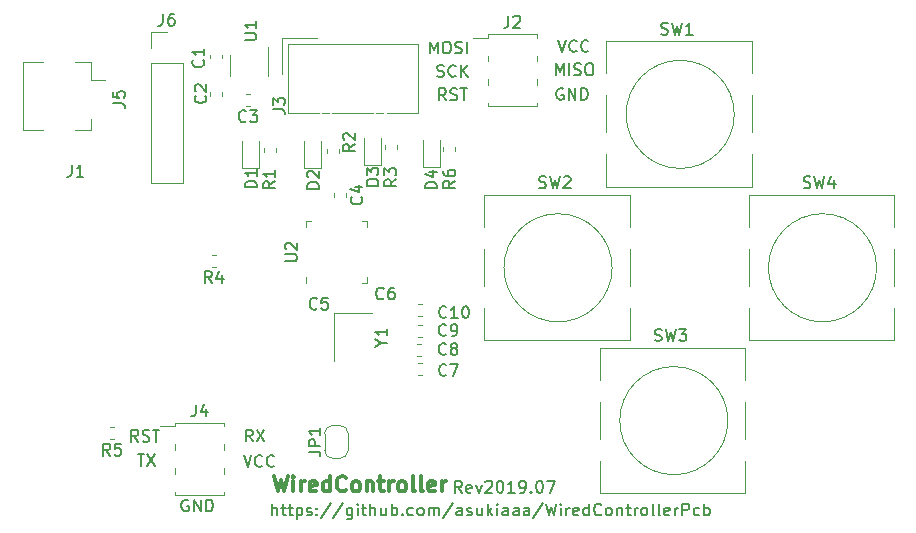
<source format=gto>
G04 #@! TF.GenerationSoftware,KiCad,Pcbnew,5.1.2-f72e74a~84~ubuntu18.04.1*
G04 #@! TF.CreationDate,2019-07-18T22:23:35+09:00*
G04 #@! TF.ProjectId,WiredControllerPcb,57697265-6443-46f6-9e74-726f6c6c6572,rev?*
G04 #@! TF.SameCoordinates,Original*
G04 #@! TF.FileFunction,Legend,Top*
G04 #@! TF.FilePolarity,Positive*
%FSLAX46Y46*%
G04 Gerber Fmt 4.6, Leading zero omitted, Abs format (unit mm)*
G04 Created by KiCad (PCBNEW 5.1.2-f72e74a~84~ubuntu18.04.1) date 2019-07-18 22:23:35*
%MOMM*%
%LPD*%
G04 APERTURE LIST*
%ADD10C,0.150000*%
%ADD11C,0.325000*%
%ADD12C,0.120000*%
G04 APERTURE END LIST*
D10*
X134859999Y-82292380D02*
X134859999Y-81292380D01*
X135288571Y-82292380D02*
X135288571Y-81768571D01*
X135240952Y-81673333D01*
X135145714Y-81625714D01*
X135002857Y-81625714D01*
X134907619Y-81673333D01*
X134859999Y-81720952D01*
X135621904Y-81625714D02*
X136002857Y-81625714D01*
X135764761Y-81292380D02*
X135764761Y-82149523D01*
X135812380Y-82244761D01*
X135907619Y-82292380D01*
X136002857Y-82292380D01*
X136193333Y-81625714D02*
X136574285Y-81625714D01*
X136336190Y-81292380D02*
X136336190Y-82149523D01*
X136383809Y-82244761D01*
X136479047Y-82292380D01*
X136574285Y-82292380D01*
X136907619Y-81625714D02*
X136907619Y-82625714D01*
X136907619Y-81673333D02*
X137002857Y-81625714D01*
X137193333Y-81625714D01*
X137288571Y-81673333D01*
X137336190Y-81720952D01*
X137383809Y-81816190D01*
X137383809Y-82101904D01*
X137336190Y-82197142D01*
X137288571Y-82244761D01*
X137193333Y-82292380D01*
X137002857Y-82292380D01*
X136907619Y-82244761D01*
X137764761Y-82244761D02*
X137859999Y-82292380D01*
X138050476Y-82292380D01*
X138145714Y-82244761D01*
X138193333Y-82149523D01*
X138193333Y-82101904D01*
X138145714Y-82006666D01*
X138050476Y-81959047D01*
X137907619Y-81959047D01*
X137812380Y-81911428D01*
X137764761Y-81816190D01*
X137764761Y-81768571D01*
X137812380Y-81673333D01*
X137907619Y-81625714D01*
X138050476Y-81625714D01*
X138145714Y-81673333D01*
X138621904Y-82197142D02*
X138669523Y-82244761D01*
X138621904Y-82292380D01*
X138574285Y-82244761D01*
X138621904Y-82197142D01*
X138621904Y-82292380D01*
X138621904Y-81673333D02*
X138669523Y-81720952D01*
X138621904Y-81768571D01*
X138574285Y-81720952D01*
X138621904Y-81673333D01*
X138621904Y-81768571D01*
X139812380Y-81244761D02*
X138955238Y-82530476D01*
X140859999Y-81244761D02*
X140002857Y-82530476D01*
X141621904Y-81625714D02*
X141621904Y-82435238D01*
X141574285Y-82530476D01*
X141526666Y-82578095D01*
X141431428Y-82625714D01*
X141288571Y-82625714D01*
X141193333Y-82578095D01*
X141621904Y-82244761D02*
X141526666Y-82292380D01*
X141336190Y-82292380D01*
X141240952Y-82244761D01*
X141193333Y-82197142D01*
X141145714Y-82101904D01*
X141145714Y-81816190D01*
X141193333Y-81720952D01*
X141240952Y-81673333D01*
X141336190Y-81625714D01*
X141526666Y-81625714D01*
X141621904Y-81673333D01*
X142098095Y-82292380D02*
X142098095Y-81625714D01*
X142098095Y-81292380D02*
X142050476Y-81340000D01*
X142098095Y-81387619D01*
X142145714Y-81340000D01*
X142098095Y-81292380D01*
X142098095Y-81387619D01*
X142431428Y-81625714D02*
X142812380Y-81625714D01*
X142574285Y-81292380D02*
X142574285Y-82149523D01*
X142621904Y-82244761D01*
X142717142Y-82292380D01*
X142812380Y-82292380D01*
X143145714Y-82292380D02*
X143145714Y-81292380D01*
X143574285Y-82292380D02*
X143574285Y-81768571D01*
X143526666Y-81673333D01*
X143431428Y-81625714D01*
X143288571Y-81625714D01*
X143193333Y-81673333D01*
X143145714Y-81720952D01*
X144479047Y-81625714D02*
X144479047Y-82292380D01*
X144050476Y-81625714D02*
X144050476Y-82149523D01*
X144098095Y-82244761D01*
X144193333Y-82292380D01*
X144336190Y-82292380D01*
X144431428Y-82244761D01*
X144479047Y-82197142D01*
X144955238Y-82292380D02*
X144955238Y-81292380D01*
X144955238Y-81673333D02*
X145050476Y-81625714D01*
X145240952Y-81625714D01*
X145336190Y-81673333D01*
X145383809Y-81720952D01*
X145431428Y-81816190D01*
X145431428Y-82101904D01*
X145383809Y-82197142D01*
X145336190Y-82244761D01*
X145240952Y-82292380D01*
X145050476Y-82292380D01*
X144955238Y-82244761D01*
X145860000Y-82197142D02*
X145907619Y-82244761D01*
X145860000Y-82292380D01*
X145812380Y-82244761D01*
X145860000Y-82197142D01*
X145860000Y-82292380D01*
X146764761Y-82244761D02*
X146669523Y-82292380D01*
X146479047Y-82292380D01*
X146383809Y-82244761D01*
X146336190Y-82197142D01*
X146288571Y-82101904D01*
X146288571Y-81816190D01*
X146336190Y-81720952D01*
X146383809Y-81673333D01*
X146479047Y-81625714D01*
X146669523Y-81625714D01*
X146764761Y-81673333D01*
X147336190Y-82292380D02*
X147240952Y-82244761D01*
X147193333Y-82197142D01*
X147145714Y-82101904D01*
X147145714Y-81816190D01*
X147193333Y-81720952D01*
X147240952Y-81673333D01*
X147336190Y-81625714D01*
X147479047Y-81625714D01*
X147574285Y-81673333D01*
X147621904Y-81720952D01*
X147669523Y-81816190D01*
X147669523Y-82101904D01*
X147621904Y-82197142D01*
X147574285Y-82244761D01*
X147479047Y-82292380D01*
X147336190Y-82292380D01*
X148098095Y-82292380D02*
X148098095Y-81625714D01*
X148098095Y-81720952D02*
X148145714Y-81673333D01*
X148240952Y-81625714D01*
X148383809Y-81625714D01*
X148479047Y-81673333D01*
X148526666Y-81768571D01*
X148526666Y-82292380D01*
X148526666Y-81768571D02*
X148574285Y-81673333D01*
X148669523Y-81625714D01*
X148812380Y-81625714D01*
X148907619Y-81673333D01*
X148955238Y-81768571D01*
X148955238Y-82292380D01*
X150145714Y-81244761D02*
X149288571Y-82530476D01*
X150907619Y-82292380D02*
X150907619Y-81768571D01*
X150859999Y-81673333D01*
X150764761Y-81625714D01*
X150574285Y-81625714D01*
X150479047Y-81673333D01*
X150907619Y-82244761D02*
X150812380Y-82292380D01*
X150574285Y-82292380D01*
X150479047Y-82244761D01*
X150431428Y-82149523D01*
X150431428Y-82054285D01*
X150479047Y-81959047D01*
X150574285Y-81911428D01*
X150812380Y-81911428D01*
X150907619Y-81863809D01*
X151336190Y-82244761D02*
X151431428Y-82292380D01*
X151621904Y-82292380D01*
X151717142Y-82244761D01*
X151764761Y-82149523D01*
X151764761Y-82101904D01*
X151717142Y-82006666D01*
X151621904Y-81959047D01*
X151479047Y-81959047D01*
X151383809Y-81911428D01*
X151336190Y-81816190D01*
X151336190Y-81768571D01*
X151383809Y-81673333D01*
X151479047Y-81625714D01*
X151621904Y-81625714D01*
X151717142Y-81673333D01*
X152621904Y-81625714D02*
X152621904Y-82292380D01*
X152193333Y-81625714D02*
X152193333Y-82149523D01*
X152240952Y-82244761D01*
X152336190Y-82292380D01*
X152479047Y-82292380D01*
X152574285Y-82244761D01*
X152621904Y-82197142D01*
X153098095Y-82292380D02*
X153098095Y-81292380D01*
X153193333Y-81911428D02*
X153479047Y-82292380D01*
X153479047Y-81625714D02*
X153098095Y-82006666D01*
X153907619Y-82292380D02*
X153907619Y-81625714D01*
X153907619Y-81292380D02*
X153859999Y-81340000D01*
X153907619Y-81387619D01*
X153955238Y-81340000D01*
X153907619Y-81292380D01*
X153907619Y-81387619D01*
X154812380Y-82292380D02*
X154812380Y-81768571D01*
X154764761Y-81673333D01*
X154669523Y-81625714D01*
X154479047Y-81625714D01*
X154383809Y-81673333D01*
X154812380Y-82244761D02*
X154717142Y-82292380D01*
X154479047Y-82292380D01*
X154383809Y-82244761D01*
X154336190Y-82149523D01*
X154336190Y-82054285D01*
X154383809Y-81959047D01*
X154479047Y-81911428D01*
X154717142Y-81911428D01*
X154812380Y-81863809D01*
X155717142Y-82292380D02*
X155717142Y-81768571D01*
X155669523Y-81673333D01*
X155574285Y-81625714D01*
X155383809Y-81625714D01*
X155288571Y-81673333D01*
X155717142Y-82244761D02*
X155621904Y-82292380D01*
X155383809Y-82292380D01*
X155288571Y-82244761D01*
X155240952Y-82149523D01*
X155240952Y-82054285D01*
X155288571Y-81959047D01*
X155383809Y-81911428D01*
X155621904Y-81911428D01*
X155717142Y-81863809D01*
X156621904Y-82292380D02*
X156621904Y-81768571D01*
X156574285Y-81673333D01*
X156479047Y-81625714D01*
X156288571Y-81625714D01*
X156193333Y-81673333D01*
X156621904Y-82244761D02*
X156526666Y-82292380D01*
X156288571Y-82292380D01*
X156193333Y-82244761D01*
X156145714Y-82149523D01*
X156145714Y-82054285D01*
X156193333Y-81959047D01*
X156288571Y-81911428D01*
X156526666Y-81911428D01*
X156621904Y-81863809D01*
X157812380Y-81244761D02*
X156955238Y-82530476D01*
X158050476Y-81292380D02*
X158288571Y-82292380D01*
X158479047Y-81578095D01*
X158669523Y-82292380D01*
X158907619Y-81292380D01*
X159288571Y-82292380D02*
X159288571Y-81625714D01*
X159288571Y-81292380D02*
X159240952Y-81340000D01*
X159288571Y-81387619D01*
X159336190Y-81340000D01*
X159288571Y-81292380D01*
X159288571Y-81387619D01*
X159764761Y-82292380D02*
X159764761Y-81625714D01*
X159764761Y-81816190D02*
X159812380Y-81720952D01*
X159859999Y-81673333D01*
X159955238Y-81625714D01*
X160050476Y-81625714D01*
X160764761Y-82244761D02*
X160669523Y-82292380D01*
X160479047Y-82292380D01*
X160383809Y-82244761D01*
X160336190Y-82149523D01*
X160336190Y-81768571D01*
X160383809Y-81673333D01*
X160479047Y-81625714D01*
X160669523Y-81625714D01*
X160764761Y-81673333D01*
X160812380Y-81768571D01*
X160812380Y-81863809D01*
X160336190Y-81959047D01*
X161669523Y-82292380D02*
X161669523Y-81292380D01*
X161669523Y-82244761D02*
X161574285Y-82292380D01*
X161383809Y-82292380D01*
X161288571Y-82244761D01*
X161240952Y-82197142D01*
X161193333Y-82101904D01*
X161193333Y-81816190D01*
X161240952Y-81720952D01*
X161288571Y-81673333D01*
X161383809Y-81625714D01*
X161574285Y-81625714D01*
X161669523Y-81673333D01*
X162717142Y-82197142D02*
X162669523Y-82244761D01*
X162526666Y-82292380D01*
X162431428Y-82292380D01*
X162288571Y-82244761D01*
X162193333Y-82149523D01*
X162145714Y-82054285D01*
X162098095Y-81863809D01*
X162098095Y-81720952D01*
X162145714Y-81530476D01*
X162193333Y-81435238D01*
X162288571Y-81340000D01*
X162431428Y-81292380D01*
X162526666Y-81292380D01*
X162669523Y-81340000D01*
X162717142Y-81387619D01*
X163288571Y-82292380D02*
X163193333Y-82244761D01*
X163145714Y-82197142D01*
X163098095Y-82101904D01*
X163098095Y-81816190D01*
X163145714Y-81720952D01*
X163193333Y-81673333D01*
X163288571Y-81625714D01*
X163431428Y-81625714D01*
X163526666Y-81673333D01*
X163574285Y-81720952D01*
X163621904Y-81816190D01*
X163621904Y-82101904D01*
X163574285Y-82197142D01*
X163526666Y-82244761D01*
X163431428Y-82292380D01*
X163288571Y-82292380D01*
X164050476Y-81625714D02*
X164050476Y-82292380D01*
X164050476Y-81720952D02*
X164098095Y-81673333D01*
X164193333Y-81625714D01*
X164336190Y-81625714D01*
X164431428Y-81673333D01*
X164479047Y-81768571D01*
X164479047Y-82292380D01*
X164812380Y-81625714D02*
X165193333Y-81625714D01*
X164955238Y-81292380D02*
X164955238Y-82149523D01*
X165002857Y-82244761D01*
X165098095Y-82292380D01*
X165193333Y-82292380D01*
X165526666Y-82292380D02*
X165526666Y-81625714D01*
X165526666Y-81816190D02*
X165574285Y-81720952D01*
X165621904Y-81673333D01*
X165717142Y-81625714D01*
X165812380Y-81625714D01*
X166288571Y-82292380D02*
X166193333Y-82244761D01*
X166145714Y-82197142D01*
X166098095Y-82101904D01*
X166098095Y-81816190D01*
X166145714Y-81720952D01*
X166193333Y-81673333D01*
X166288571Y-81625714D01*
X166431428Y-81625714D01*
X166526666Y-81673333D01*
X166574285Y-81720952D01*
X166621904Y-81816190D01*
X166621904Y-82101904D01*
X166574285Y-82197142D01*
X166526666Y-82244761D01*
X166431428Y-82292380D01*
X166288571Y-82292380D01*
X167193333Y-82292380D02*
X167098095Y-82244761D01*
X167050476Y-82149523D01*
X167050476Y-81292380D01*
X167717142Y-82292380D02*
X167621904Y-82244761D01*
X167574285Y-82149523D01*
X167574285Y-81292380D01*
X168479047Y-82244761D02*
X168383809Y-82292380D01*
X168193333Y-82292380D01*
X168098095Y-82244761D01*
X168050476Y-82149523D01*
X168050476Y-81768571D01*
X168098095Y-81673333D01*
X168193333Y-81625714D01*
X168383809Y-81625714D01*
X168479047Y-81673333D01*
X168526666Y-81768571D01*
X168526666Y-81863809D01*
X168050476Y-81959047D01*
X168955238Y-82292380D02*
X168955238Y-81625714D01*
X168955238Y-81816190D02*
X169002857Y-81720952D01*
X169050476Y-81673333D01*
X169145714Y-81625714D01*
X169240952Y-81625714D01*
X169574285Y-82292380D02*
X169574285Y-81292380D01*
X169955238Y-81292380D01*
X170050476Y-81340000D01*
X170098095Y-81387619D01*
X170145714Y-81482857D01*
X170145714Y-81625714D01*
X170098095Y-81720952D01*
X170050476Y-81768571D01*
X169955238Y-81816190D01*
X169574285Y-81816190D01*
X171002857Y-82244761D02*
X170907619Y-82292380D01*
X170717142Y-82292380D01*
X170621904Y-82244761D01*
X170574285Y-82197142D01*
X170526666Y-82101904D01*
X170526666Y-81816190D01*
X170574285Y-81720952D01*
X170621904Y-81673333D01*
X170717142Y-81625714D01*
X170907619Y-81625714D01*
X171002857Y-81673333D01*
X171431428Y-82292380D02*
X171431428Y-81292380D01*
X171431428Y-81673333D02*
X171526666Y-81625714D01*
X171717142Y-81625714D01*
X171812380Y-81673333D01*
X171859999Y-81720952D01*
X171907619Y-81816190D01*
X171907619Y-82101904D01*
X171859999Y-82197142D01*
X171812380Y-82244761D01*
X171717142Y-82292380D01*
X171526666Y-82292380D01*
X171431428Y-82244761D01*
X150904761Y-80362380D02*
X150571428Y-79886190D01*
X150333333Y-80362380D02*
X150333333Y-79362380D01*
X150714285Y-79362380D01*
X150809523Y-79410000D01*
X150857142Y-79457619D01*
X150904761Y-79552857D01*
X150904761Y-79695714D01*
X150857142Y-79790952D01*
X150809523Y-79838571D01*
X150714285Y-79886190D01*
X150333333Y-79886190D01*
X151714285Y-80314761D02*
X151619047Y-80362380D01*
X151428571Y-80362380D01*
X151333333Y-80314761D01*
X151285714Y-80219523D01*
X151285714Y-79838571D01*
X151333333Y-79743333D01*
X151428571Y-79695714D01*
X151619047Y-79695714D01*
X151714285Y-79743333D01*
X151761904Y-79838571D01*
X151761904Y-79933809D01*
X151285714Y-80029047D01*
X152095238Y-79695714D02*
X152333333Y-80362380D01*
X152571428Y-79695714D01*
X152904761Y-79457619D02*
X152952380Y-79410000D01*
X153047619Y-79362380D01*
X153285714Y-79362380D01*
X153380952Y-79410000D01*
X153428571Y-79457619D01*
X153476190Y-79552857D01*
X153476190Y-79648095D01*
X153428571Y-79790952D01*
X152857142Y-80362380D01*
X153476190Y-80362380D01*
X154095238Y-79362380D02*
X154190476Y-79362380D01*
X154285714Y-79410000D01*
X154333333Y-79457619D01*
X154380952Y-79552857D01*
X154428571Y-79743333D01*
X154428571Y-79981428D01*
X154380952Y-80171904D01*
X154333333Y-80267142D01*
X154285714Y-80314761D01*
X154190476Y-80362380D01*
X154095238Y-80362380D01*
X154000000Y-80314761D01*
X153952380Y-80267142D01*
X153904761Y-80171904D01*
X153857142Y-79981428D01*
X153857142Y-79743333D01*
X153904761Y-79552857D01*
X153952380Y-79457619D01*
X154000000Y-79410000D01*
X154095238Y-79362380D01*
X155380952Y-80362380D02*
X154809523Y-80362380D01*
X155095238Y-80362380D02*
X155095238Y-79362380D01*
X155000000Y-79505238D01*
X154904761Y-79600476D01*
X154809523Y-79648095D01*
X155857142Y-80362380D02*
X156047619Y-80362380D01*
X156142857Y-80314761D01*
X156190476Y-80267142D01*
X156285714Y-80124285D01*
X156333333Y-79933809D01*
X156333333Y-79552857D01*
X156285714Y-79457619D01*
X156238095Y-79410000D01*
X156142857Y-79362380D01*
X155952380Y-79362380D01*
X155857142Y-79410000D01*
X155809523Y-79457619D01*
X155761904Y-79552857D01*
X155761904Y-79790952D01*
X155809523Y-79886190D01*
X155857142Y-79933809D01*
X155952380Y-79981428D01*
X156142857Y-79981428D01*
X156238095Y-79933809D01*
X156285714Y-79886190D01*
X156333333Y-79790952D01*
X156761904Y-80267142D02*
X156809523Y-80314761D01*
X156761904Y-80362380D01*
X156714285Y-80314761D01*
X156761904Y-80267142D01*
X156761904Y-80362380D01*
X157428571Y-79362380D02*
X157523809Y-79362380D01*
X157619047Y-79410000D01*
X157666666Y-79457619D01*
X157714285Y-79552857D01*
X157761904Y-79743333D01*
X157761904Y-79981428D01*
X157714285Y-80171904D01*
X157666666Y-80267142D01*
X157619047Y-80314761D01*
X157523809Y-80362380D01*
X157428571Y-80362380D01*
X157333333Y-80314761D01*
X157285714Y-80267142D01*
X157238095Y-80171904D01*
X157190476Y-79981428D01*
X157190476Y-79743333D01*
X157238095Y-79552857D01*
X157285714Y-79457619D01*
X157333333Y-79410000D01*
X157428571Y-79362380D01*
X158095238Y-79362380D02*
X158761904Y-79362380D01*
X158333333Y-80362380D01*
D11*
X135037142Y-78958095D02*
X135346666Y-80258095D01*
X135594285Y-79329523D01*
X135841904Y-80258095D01*
X136151428Y-78958095D01*
X136646666Y-80258095D02*
X136646666Y-79391428D01*
X136646666Y-78958095D02*
X136584761Y-79020000D01*
X136646666Y-79081904D01*
X136708571Y-79020000D01*
X136646666Y-78958095D01*
X136646666Y-79081904D01*
X137265714Y-80258095D02*
X137265714Y-79391428D01*
X137265714Y-79639047D02*
X137327619Y-79515238D01*
X137389523Y-79453333D01*
X137513333Y-79391428D01*
X137637142Y-79391428D01*
X138565714Y-80196190D02*
X138441904Y-80258095D01*
X138194285Y-80258095D01*
X138070476Y-80196190D01*
X138008571Y-80072380D01*
X138008571Y-79577142D01*
X138070476Y-79453333D01*
X138194285Y-79391428D01*
X138441904Y-79391428D01*
X138565714Y-79453333D01*
X138627619Y-79577142D01*
X138627619Y-79700952D01*
X138008571Y-79824761D01*
X139741904Y-80258095D02*
X139741904Y-78958095D01*
X139741904Y-80196190D02*
X139618095Y-80258095D01*
X139370476Y-80258095D01*
X139246666Y-80196190D01*
X139184761Y-80134285D01*
X139122857Y-80010476D01*
X139122857Y-79639047D01*
X139184761Y-79515238D01*
X139246666Y-79453333D01*
X139370476Y-79391428D01*
X139618095Y-79391428D01*
X139741904Y-79453333D01*
X141103809Y-80134285D02*
X141041904Y-80196190D01*
X140856190Y-80258095D01*
X140732380Y-80258095D01*
X140546666Y-80196190D01*
X140422857Y-80072380D01*
X140360952Y-79948571D01*
X140299047Y-79700952D01*
X140299047Y-79515238D01*
X140360952Y-79267619D01*
X140422857Y-79143809D01*
X140546666Y-79020000D01*
X140732380Y-78958095D01*
X140856190Y-78958095D01*
X141041904Y-79020000D01*
X141103809Y-79081904D01*
X141846666Y-80258095D02*
X141722857Y-80196190D01*
X141660952Y-80134285D01*
X141599047Y-80010476D01*
X141599047Y-79639047D01*
X141660952Y-79515238D01*
X141722857Y-79453333D01*
X141846666Y-79391428D01*
X142032380Y-79391428D01*
X142156190Y-79453333D01*
X142218095Y-79515238D01*
X142280000Y-79639047D01*
X142280000Y-80010476D01*
X142218095Y-80134285D01*
X142156190Y-80196190D01*
X142032380Y-80258095D01*
X141846666Y-80258095D01*
X142837142Y-79391428D02*
X142837142Y-80258095D01*
X142837142Y-79515238D02*
X142899047Y-79453333D01*
X143022857Y-79391428D01*
X143208571Y-79391428D01*
X143332380Y-79453333D01*
X143394285Y-79577142D01*
X143394285Y-80258095D01*
X143827619Y-79391428D02*
X144322857Y-79391428D01*
X144013333Y-78958095D02*
X144013333Y-80072380D01*
X144075238Y-80196190D01*
X144199047Y-80258095D01*
X144322857Y-80258095D01*
X144756190Y-80258095D02*
X144756190Y-79391428D01*
X144756190Y-79639047D02*
X144818095Y-79515238D01*
X144880000Y-79453333D01*
X145003809Y-79391428D01*
X145127619Y-79391428D01*
X145746666Y-80258095D02*
X145622857Y-80196190D01*
X145560952Y-80134285D01*
X145499047Y-80010476D01*
X145499047Y-79639047D01*
X145560952Y-79515238D01*
X145622857Y-79453333D01*
X145746666Y-79391428D01*
X145932380Y-79391428D01*
X146056190Y-79453333D01*
X146118095Y-79515238D01*
X146180000Y-79639047D01*
X146180000Y-80010476D01*
X146118095Y-80134285D01*
X146056190Y-80196190D01*
X145932380Y-80258095D01*
X145746666Y-80258095D01*
X146922857Y-80258095D02*
X146799047Y-80196190D01*
X146737142Y-80072380D01*
X146737142Y-78958095D01*
X147603809Y-80258095D02*
X147480000Y-80196190D01*
X147418095Y-80072380D01*
X147418095Y-78958095D01*
X148594285Y-80196190D02*
X148470476Y-80258095D01*
X148222857Y-80258095D01*
X148099047Y-80196190D01*
X148037142Y-80072380D01*
X148037142Y-79577142D01*
X148099047Y-79453333D01*
X148222857Y-79391428D01*
X148470476Y-79391428D01*
X148594285Y-79453333D01*
X148656190Y-79577142D01*
X148656190Y-79700952D01*
X148037142Y-79824761D01*
X149213333Y-80258095D02*
X149213333Y-79391428D01*
X149213333Y-79639047D02*
X149275238Y-79515238D01*
X149337142Y-79453333D01*
X149460952Y-79391428D01*
X149584761Y-79391428D01*
D10*
X149552380Y-47132380D02*
X149219047Y-46656190D01*
X148980952Y-47132380D02*
X148980952Y-46132380D01*
X149361904Y-46132380D01*
X149457142Y-46180000D01*
X149504761Y-46227619D01*
X149552380Y-46322857D01*
X149552380Y-46465714D01*
X149504761Y-46560952D01*
X149457142Y-46608571D01*
X149361904Y-46656190D01*
X148980952Y-46656190D01*
X149933333Y-47084761D02*
X150076190Y-47132380D01*
X150314285Y-47132380D01*
X150409523Y-47084761D01*
X150457142Y-47037142D01*
X150504761Y-46941904D01*
X150504761Y-46846666D01*
X150457142Y-46751428D01*
X150409523Y-46703809D01*
X150314285Y-46656190D01*
X150123809Y-46608571D01*
X150028571Y-46560952D01*
X149980952Y-46513333D01*
X149933333Y-46418095D01*
X149933333Y-46322857D01*
X149980952Y-46227619D01*
X150028571Y-46180000D01*
X150123809Y-46132380D01*
X150361904Y-46132380D01*
X150504761Y-46180000D01*
X150790476Y-46132380D02*
X151361904Y-46132380D01*
X151076190Y-47132380D02*
X151076190Y-46132380D01*
X148814285Y-45104761D02*
X148957142Y-45152380D01*
X149195238Y-45152380D01*
X149290476Y-45104761D01*
X149338095Y-45057142D01*
X149385714Y-44961904D01*
X149385714Y-44866666D01*
X149338095Y-44771428D01*
X149290476Y-44723809D01*
X149195238Y-44676190D01*
X149004761Y-44628571D01*
X148909523Y-44580952D01*
X148861904Y-44533333D01*
X148814285Y-44438095D01*
X148814285Y-44342857D01*
X148861904Y-44247619D01*
X148909523Y-44200000D01*
X149004761Y-44152380D01*
X149242857Y-44152380D01*
X149385714Y-44200000D01*
X150385714Y-45057142D02*
X150338095Y-45104761D01*
X150195238Y-45152380D01*
X150100000Y-45152380D01*
X149957142Y-45104761D01*
X149861904Y-45009523D01*
X149814285Y-44914285D01*
X149766666Y-44723809D01*
X149766666Y-44580952D01*
X149814285Y-44390476D01*
X149861904Y-44295238D01*
X149957142Y-44200000D01*
X150100000Y-44152380D01*
X150195238Y-44152380D01*
X150338095Y-44200000D01*
X150385714Y-44247619D01*
X150814285Y-45152380D02*
X150814285Y-44152380D01*
X151385714Y-45152380D02*
X150957142Y-44580952D01*
X151385714Y-44152380D02*
X150814285Y-44723809D01*
X148188571Y-43172380D02*
X148188571Y-42172380D01*
X148521904Y-42886666D01*
X148855238Y-42172380D01*
X148855238Y-43172380D01*
X149521904Y-42172380D02*
X149712380Y-42172380D01*
X149807619Y-42220000D01*
X149902857Y-42315238D01*
X149950476Y-42505714D01*
X149950476Y-42839047D01*
X149902857Y-43029523D01*
X149807619Y-43124761D01*
X149712380Y-43172380D01*
X149521904Y-43172380D01*
X149426666Y-43124761D01*
X149331428Y-43029523D01*
X149283809Y-42839047D01*
X149283809Y-42505714D01*
X149331428Y-42315238D01*
X149426666Y-42220000D01*
X149521904Y-42172380D01*
X150331428Y-43124761D02*
X150474285Y-43172380D01*
X150712380Y-43172380D01*
X150807619Y-43124761D01*
X150855238Y-43077142D01*
X150902857Y-42981904D01*
X150902857Y-42886666D01*
X150855238Y-42791428D01*
X150807619Y-42743809D01*
X150712380Y-42696190D01*
X150521904Y-42648571D01*
X150426666Y-42600952D01*
X150379047Y-42553333D01*
X150331428Y-42458095D01*
X150331428Y-42362857D01*
X150379047Y-42267619D01*
X150426666Y-42220000D01*
X150521904Y-42172380D01*
X150760000Y-42172380D01*
X150902857Y-42220000D01*
X151331428Y-43172380D02*
X151331428Y-42172380D01*
X159478095Y-46150000D02*
X159382857Y-46102380D01*
X159240000Y-46102380D01*
X159097142Y-46150000D01*
X159001904Y-46245238D01*
X158954285Y-46340476D01*
X158906666Y-46530952D01*
X158906666Y-46673809D01*
X158954285Y-46864285D01*
X159001904Y-46959523D01*
X159097142Y-47054761D01*
X159240000Y-47102380D01*
X159335238Y-47102380D01*
X159478095Y-47054761D01*
X159525714Y-47007142D01*
X159525714Y-46673809D01*
X159335238Y-46673809D01*
X159954285Y-47102380D02*
X159954285Y-46102380D01*
X160525714Y-47102380D01*
X160525714Y-46102380D01*
X161001904Y-47102380D02*
X161001904Y-46102380D01*
X161240000Y-46102380D01*
X161382857Y-46150000D01*
X161478095Y-46245238D01*
X161525714Y-46340476D01*
X161573333Y-46530952D01*
X161573333Y-46673809D01*
X161525714Y-46864285D01*
X161478095Y-46959523D01*
X161382857Y-47054761D01*
X161240000Y-47102380D01*
X161001904Y-47102380D01*
X158848571Y-45022380D02*
X158848571Y-44022380D01*
X159181904Y-44736666D01*
X159515238Y-44022380D01*
X159515238Y-45022380D01*
X159991428Y-45022380D02*
X159991428Y-44022380D01*
X160420000Y-44974761D02*
X160562857Y-45022380D01*
X160800952Y-45022380D01*
X160896190Y-44974761D01*
X160943809Y-44927142D01*
X160991428Y-44831904D01*
X160991428Y-44736666D01*
X160943809Y-44641428D01*
X160896190Y-44593809D01*
X160800952Y-44546190D01*
X160610476Y-44498571D01*
X160515238Y-44450952D01*
X160467619Y-44403333D01*
X160420000Y-44308095D01*
X160420000Y-44212857D01*
X160467619Y-44117619D01*
X160515238Y-44070000D01*
X160610476Y-44022380D01*
X160848571Y-44022380D01*
X160991428Y-44070000D01*
X161610476Y-44022380D02*
X161800952Y-44022380D01*
X161896190Y-44070000D01*
X161991428Y-44165238D01*
X162039047Y-44355714D01*
X162039047Y-44689047D01*
X161991428Y-44879523D01*
X161896190Y-44974761D01*
X161800952Y-45022380D01*
X161610476Y-45022380D01*
X161515238Y-44974761D01*
X161420000Y-44879523D01*
X161372380Y-44689047D01*
X161372380Y-44355714D01*
X161420000Y-44165238D01*
X161515238Y-44070000D01*
X161610476Y-44022380D01*
X159046666Y-42032380D02*
X159380000Y-43032380D01*
X159713333Y-42032380D01*
X160618095Y-42937142D02*
X160570476Y-42984761D01*
X160427619Y-43032380D01*
X160332380Y-43032380D01*
X160189523Y-42984761D01*
X160094285Y-42889523D01*
X160046666Y-42794285D01*
X159999047Y-42603809D01*
X159999047Y-42460952D01*
X160046666Y-42270476D01*
X160094285Y-42175238D01*
X160189523Y-42080000D01*
X160332380Y-42032380D01*
X160427619Y-42032380D01*
X160570476Y-42080000D01*
X160618095Y-42127619D01*
X161618095Y-42937142D02*
X161570476Y-42984761D01*
X161427619Y-43032380D01*
X161332380Y-43032380D01*
X161189523Y-42984761D01*
X161094285Y-42889523D01*
X161046666Y-42794285D01*
X160999047Y-42603809D01*
X160999047Y-42460952D01*
X161046666Y-42270476D01*
X161094285Y-42175238D01*
X161189523Y-42080000D01*
X161332380Y-42032380D01*
X161427619Y-42032380D01*
X161570476Y-42080000D01*
X161618095Y-42127619D01*
X127738095Y-81000000D02*
X127642857Y-80952380D01*
X127500000Y-80952380D01*
X127357142Y-81000000D01*
X127261904Y-81095238D01*
X127214285Y-81190476D01*
X127166666Y-81380952D01*
X127166666Y-81523809D01*
X127214285Y-81714285D01*
X127261904Y-81809523D01*
X127357142Y-81904761D01*
X127500000Y-81952380D01*
X127595238Y-81952380D01*
X127738095Y-81904761D01*
X127785714Y-81857142D01*
X127785714Y-81523809D01*
X127595238Y-81523809D01*
X128214285Y-81952380D02*
X128214285Y-80952380D01*
X128785714Y-81952380D01*
X128785714Y-80952380D01*
X129261904Y-81952380D02*
X129261904Y-80952380D01*
X129500000Y-80952380D01*
X129642857Y-81000000D01*
X129738095Y-81095238D01*
X129785714Y-81190476D01*
X129833333Y-81380952D01*
X129833333Y-81523809D01*
X129785714Y-81714285D01*
X129738095Y-81809523D01*
X129642857Y-81904761D01*
X129500000Y-81952380D01*
X129261904Y-81952380D01*
X123492380Y-76042380D02*
X123159047Y-75566190D01*
X122920952Y-76042380D02*
X122920952Y-75042380D01*
X123301904Y-75042380D01*
X123397142Y-75090000D01*
X123444761Y-75137619D01*
X123492380Y-75232857D01*
X123492380Y-75375714D01*
X123444761Y-75470952D01*
X123397142Y-75518571D01*
X123301904Y-75566190D01*
X122920952Y-75566190D01*
X123873333Y-75994761D02*
X124016190Y-76042380D01*
X124254285Y-76042380D01*
X124349523Y-75994761D01*
X124397142Y-75947142D01*
X124444761Y-75851904D01*
X124444761Y-75756666D01*
X124397142Y-75661428D01*
X124349523Y-75613809D01*
X124254285Y-75566190D01*
X124063809Y-75518571D01*
X123968571Y-75470952D01*
X123920952Y-75423333D01*
X123873333Y-75328095D01*
X123873333Y-75232857D01*
X123920952Y-75137619D01*
X123968571Y-75090000D01*
X124063809Y-75042380D01*
X124301904Y-75042380D01*
X124444761Y-75090000D01*
X124730476Y-75042380D02*
X125301904Y-75042380D01*
X125016190Y-76042380D02*
X125016190Y-75042380D01*
X123448095Y-77102380D02*
X124019523Y-77102380D01*
X123733809Y-78102380D02*
X123733809Y-77102380D01*
X124257619Y-77102380D02*
X124924285Y-78102380D01*
X124924285Y-77102380D02*
X124257619Y-78102380D01*
X132426666Y-77182380D02*
X132760000Y-78182380D01*
X133093333Y-77182380D01*
X133998095Y-78087142D02*
X133950476Y-78134761D01*
X133807619Y-78182380D01*
X133712380Y-78182380D01*
X133569523Y-78134761D01*
X133474285Y-78039523D01*
X133426666Y-77944285D01*
X133379047Y-77753809D01*
X133379047Y-77610952D01*
X133426666Y-77420476D01*
X133474285Y-77325238D01*
X133569523Y-77230000D01*
X133712380Y-77182380D01*
X133807619Y-77182380D01*
X133950476Y-77230000D01*
X133998095Y-77277619D01*
X134998095Y-78087142D02*
X134950476Y-78134761D01*
X134807619Y-78182380D01*
X134712380Y-78182380D01*
X134569523Y-78134761D01*
X134474285Y-78039523D01*
X134426666Y-77944285D01*
X134379047Y-77753809D01*
X134379047Y-77610952D01*
X134426666Y-77420476D01*
X134474285Y-77325238D01*
X134569523Y-77230000D01*
X134712380Y-77182380D01*
X134807619Y-77182380D01*
X134950476Y-77230000D01*
X134998095Y-77277619D01*
X133193333Y-76022380D02*
X132860000Y-75546190D01*
X132621904Y-76022380D02*
X132621904Y-75022380D01*
X133002857Y-75022380D01*
X133098095Y-75070000D01*
X133145714Y-75117619D01*
X133193333Y-75212857D01*
X133193333Y-75355714D01*
X133145714Y-75450952D01*
X133098095Y-75498571D01*
X133002857Y-75546190D01*
X132621904Y-75546190D01*
X133526666Y-75022380D02*
X134193333Y-76022380D01*
X134193333Y-75022380D02*
X133526666Y-76022380D01*
D12*
X187490000Y-55130000D02*
X187490000Y-57850000D01*
X187490000Y-64710000D02*
X187490000Y-67430000D01*
X175190000Y-62850000D02*
X175190000Y-59710000D01*
X175190000Y-67430000D02*
X175190000Y-64710000D01*
X186019050Y-61320000D02*
G75*
G03X186019050Y-61320000I-4579050J0D01*
G01*
X175190000Y-57850000D02*
X175190000Y-55130000D01*
X187490000Y-67430000D02*
X175190000Y-67430000D01*
X187490000Y-59710000D02*
X187490000Y-62850000D01*
X175190000Y-55130000D02*
X187490000Y-55130000D01*
X174900000Y-68070000D02*
X174900000Y-70790000D01*
X174900000Y-77650000D02*
X174900000Y-80370000D01*
X162600000Y-75790000D02*
X162600000Y-72650000D01*
X162600000Y-80370000D02*
X162600000Y-77650000D01*
X173429050Y-74260000D02*
G75*
G03X173429050Y-74260000I-4579050J0D01*
G01*
X162600000Y-70790000D02*
X162600000Y-68070000D01*
X174900000Y-80370000D02*
X162600000Y-80370000D01*
X174900000Y-72650000D02*
X174900000Y-75790000D01*
X162600000Y-68070000D02*
X174900000Y-68070000D01*
X165100000Y-55130000D02*
X165100000Y-57850000D01*
X165100000Y-64710000D02*
X165100000Y-67430000D01*
X152800000Y-62850000D02*
X152800000Y-59710000D01*
X152800000Y-67430000D02*
X152800000Y-64710000D01*
X163629050Y-61320000D02*
G75*
G03X163629050Y-61320000I-4579050J0D01*
G01*
X152800000Y-57850000D02*
X152800000Y-55130000D01*
X165100000Y-67430000D02*
X152800000Y-67430000D01*
X165100000Y-59710000D02*
X165100000Y-62850000D01*
X152800000Y-55130000D02*
X165100000Y-55130000D01*
X147169221Y-65400000D02*
X147494779Y-65400000D01*
X147169221Y-64380000D02*
X147494779Y-64380000D01*
X147177221Y-67170000D02*
X147502779Y-67170000D01*
X147177221Y-66150000D02*
X147502779Y-66150000D01*
X147139221Y-68780000D02*
X147464779Y-68780000D01*
X147139221Y-67760000D02*
X147464779Y-67760000D01*
X147165221Y-70400000D02*
X147490779Y-70400000D01*
X147165221Y-69380000D02*
X147490779Y-69380000D01*
X150350000Y-51440279D02*
X150350000Y-51114721D01*
X149330000Y-51440279D02*
X149330000Y-51114721D01*
X139280000Y-76760000D02*
X139280000Y-75360000D01*
X139980000Y-74660000D02*
X140580000Y-74660000D01*
X141280000Y-75360000D02*
X141280000Y-76760000D01*
X140580000Y-77460000D02*
X139980000Y-77460000D01*
X139980000Y-77460000D02*
G75*
G02X139280000Y-76760000I0J700000D01*
G01*
X141280000Y-76760000D02*
G75*
G02X140580000Y-77460000I-700000J0D01*
G01*
X140580000Y-74660000D02*
G75*
G02X141280000Y-75360000I0J-700000D01*
G01*
X139280000Y-75360000D02*
G75*
G02X139980000Y-74660000I700000J0D01*
G01*
X124600000Y-41360000D02*
X125930000Y-41360000D01*
X124600000Y-42690000D02*
X124600000Y-41360000D01*
X124600000Y-43960000D02*
X127260000Y-43960000D01*
X127260000Y-43960000D02*
X127260000Y-54180000D01*
X124600000Y-43960000D02*
X124600000Y-54180000D01*
X124600000Y-54180000D02*
X127260000Y-54180000D01*
X119510000Y-45380000D02*
X120710000Y-45380000D01*
X113710000Y-49690000D02*
X115450000Y-49690000D01*
X113710000Y-43890000D02*
X113710000Y-49690000D01*
X115450000Y-43890000D02*
X113710000Y-43890000D01*
X119510000Y-49690000D02*
X118170000Y-49690000D01*
X119510000Y-48700000D02*
X119510000Y-49690000D01*
X119510000Y-43890000D02*
X118170000Y-43890000D01*
X119510000Y-45380000D02*
X119510000Y-43890000D01*
X149065000Y-52762500D02*
X149065000Y-50477500D01*
X147595000Y-52762500D02*
X149065000Y-52762500D01*
X147595000Y-50477500D02*
X147595000Y-52762500D01*
X130570000Y-43267221D02*
X130570000Y-43592779D01*
X129550000Y-43267221D02*
X129550000Y-43592779D01*
X129610000Y-46457221D02*
X129610000Y-46782779D01*
X130630000Y-46457221D02*
X130630000Y-46782779D01*
X132960779Y-47620000D02*
X132635221Y-47620000D01*
X132960779Y-46600000D02*
X132635221Y-46600000D01*
X140100000Y-54979721D02*
X140100000Y-55305279D01*
X141120000Y-54979721D02*
X141120000Y-55305279D01*
X132265000Y-50547500D02*
X132265000Y-52832500D01*
X132265000Y-52832500D02*
X133735000Y-52832500D01*
X133735000Y-52832500D02*
X133735000Y-50547500D01*
X139005000Y-52862500D02*
X139005000Y-50577500D01*
X137535000Y-52862500D02*
X139005000Y-52862500D01*
X137535000Y-50577500D02*
X137535000Y-52862500D01*
X142595000Y-50347500D02*
X142595000Y-52632500D01*
X142595000Y-52632500D02*
X144065000Y-52632500D01*
X144065000Y-52632500D02*
X144065000Y-50347500D01*
X157240000Y-45350000D02*
X157240000Y-45830000D01*
X153120000Y-45350000D02*
X153120000Y-45830000D01*
X157240000Y-43350000D02*
X157240000Y-43830000D01*
X153120000Y-43350000D02*
X153120000Y-43830000D01*
X157240000Y-47350000D02*
X157240000Y-47650000D01*
X153120000Y-47350000D02*
X153120000Y-47650000D01*
X157240000Y-41530000D02*
X157240000Y-41830000D01*
X153120000Y-41530000D02*
X153120000Y-41830000D01*
X151865000Y-41830000D02*
X153120000Y-41830000D01*
X153120000Y-47650000D02*
X157240000Y-47650000D01*
X153120000Y-41530000D02*
X157240000Y-41530000D01*
X135650000Y-41890000D02*
X138650000Y-41890000D01*
X135650000Y-44890000D02*
X135650000Y-41890000D01*
X143650000Y-48190000D02*
X144250000Y-48190000D01*
X139050000Y-48190000D02*
X139650000Y-48190000D01*
X136150000Y-42340000D02*
X147200000Y-42340000D01*
X136150000Y-48190000D02*
X136150000Y-42340000D01*
X139900000Y-48190000D02*
X143400000Y-48190000D01*
X147200000Y-48190000D02*
X147200000Y-42340000D01*
X136150000Y-48190000D02*
X138800000Y-48190000D01*
X144550000Y-48190000D02*
X147200000Y-48190000D01*
X126640000Y-74450000D02*
X130760000Y-74450000D01*
X126640000Y-80570000D02*
X130760000Y-80570000D01*
X125385000Y-74750000D02*
X126640000Y-74750000D01*
X126640000Y-74450000D02*
X126640000Y-74750000D01*
X130760000Y-74450000D02*
X130760000Y-74750000D01*
X126640000Y-80270000D02*
X126640000Y-80570000D01*
X130760000Y-80270000D02*
X130760000Y-80570000D01*
X126640000Y-76270000D02*
X126640000Y-76750000D01*
X130760000Y-76270000D02*
X130760000Y-76750000D01*
X126640000Y-78270000D02*
X126640000Y-78750000D01*
X130760000Y-78270000D02*
X130760000Y-78750000D01*
X134170000Y-51510279D02*
X134170000Y-51184721D01*
X135190000Y-51510279D02*
X135190000Y-51184721D01*
X140490000Y-51572779D02*
X140490000Y-51247221D01*
X139470000Y-51572779D02*
X139470000Y-51247221D01*
X145390000Y-51230279D02*
X145390000Y-50904721D01*
X144370000Y-51230279D02*
X144370000Y-50904721D01*
X130054779Y-61230000D02*
X129729221Y-61230000D01*
X130054779Y-60210000D02*
X129729221Y-60210000D01*
X121460779Y-75850000D02*
X121135221Y-75850000D01*
X121460779Y-74830000D02*
X121135221Y-74830000D01*
X163140000Y-42140000D02*
X175440000Y-42140000D01*
X175440000Y-46720000D02*
X175440000Y-49860000D01*
X175440000Y-54440000D02*
X163140000Y-54440000D01*
X163140000Y-44860000D02*
X163140000Y-42140000D01*
X173969050Y-48330000D02*
G75*
G03X173969050Y-48330000I-4579050J0D01*
G01*
X163140000Y-54440000D02*
X163140000Y-51720000D01*
X163140000Y-49860000D02*
X163140000Y-46720000D01*
X175440000Y-51720000D02*
X175440000Y-54440000D01*
X175440000Y-42140000D02*
X175440000Y-44860000D01*
X131250000Y-43270000D02*
X131250000Y-45070000D01*
X134470000Y-45070000D02*
X134470000Y-42620000D01*
X137690000Y-57855000D02*
X137690000Y-57380000D01*
X137690000Y-57380000D02*
X138165000Y-57380000D01*
X142910000Y-62125000D02*
X142910000Y-62600000D01*
X142910000Y-62600000D02*
X142435000Y-62600000D01*
X142910000Y-57855000D02*
X142910000Y-57380000D01*
X142910000Y-57380000D02*
X142435000Y-57380000D01*
X137690000Y-62125000D02*
X137690000Y-62600000D01*
X143270000Y-65180000D02*
X140070000Y-65180000D01*
X140070000Y-65180000D02*
X140070000Y-69180000D01*
D10*
X179836666Y-54524761D02*
X179979523Y-54572380D01*
X180217619Y-54572380D01*
X180312857Y-54524761D01*
X180360476Y-54477142D01*
X180408095Y-54381904D01*
X180408095Y-54286666D01*
X180360476Y-54191428D01*
X180312857Y-54143809D01*
X180217619Y-54096190D01*
X180027142Y-54048571D01*
X179931904Y-54000952D01*
X179884285Y-53953333D01*
X179836666Y-53858095D01*
X179836666Y-53762857D01*
X179884285Y-53667619D01*
X179931904Y-53620000D01*
X180027142Y-53572380D01*
X180265238Y-53572380D01*
X180408095Y-53620000D01*
X180741428Y-53572380D02*
X180979523Y-54572380D01*
X181170000Y-53858095D01*
X181360476Y-54572380D01*
X181598571Y-53572380D01*
X182408095Y-53905714D02*
X182408095Y-54572380D01*
X182170000Y-53524761D02*
X181931904Y-54239047D01*
X182550952Y-54239047D01*
X167246666Y-67464761D02*
X167389523Y-67512380D01*
X167627619Y-67512380D01*
X167722857Y-67464761D01*
X167770476Y-67417142D01*
X167818095Y-67321904D01*
X167818095Y-67226666D01*
X167770476Y-67131428D01*
X167722857Y-67083809D01*
X167627619Y-67036190D01*
X167437142Y-66988571D01*
X167341904Y-66940952D01*
X167294285Y-66893333D01*
X167246666Y-66798095D01*
X167246666Y-66702857D01*
X167294285Y-66607619D01*
X167341904Y-66560000D01*
X167437142Y-66512380D01*
X167675238Y-66512380D01*
X167818095Y-66560000D01*
X168151428Y-66512380D02*
X168389523Y-67512380D01*
X168580000Y-66798095D01*
X168770476Y-67512380D01*
X169008571Y-66512380D01*
X169294285Y-66512380D02*
X169913333Y-66512380D01*
X169580000Y-66893333D01*
X169722857Y-66893333D01*
X169818095Y-66940952D01*
X169865714Y-66988571D01*
X169913333Y-67083809D01*
X169913333Y-67321904D01*
X169865714Y-67417142D01*
X169818095Y-67464761D01*
X169722857Y-67512380D01*
X169437142Y-67512380D01*
X169341904Y-67464761D01*
X169294285Y-67417142D01*
X157446666Y-54524761D02*
X157589523Y-54572380D01*
X157827619Y-54572380D01*
X157922857Y-54524761D01*
X157970476Y-54477142D01*
X158018095Y-54381904D01*
X158018095Y-54286666D01*
X157970476Y-54191428D01*
X157922857Y-54143809D01*
X157827619Y-54096190D01*
X157637142Y-54048571D01*
X157541904Y-54000952D01*
X157494285Y-53953333D01*
X157446666Y-53858095D01*
X157446666Y-53762857D01*
X157494285Y-53667619D01*
X157541904Y-53620000D01*
X157637142Y-53572380D01*
X157875238Y-53572380D01*
X158018095Y-53620000D01*
X158351428Y-53572380D02*
X158589523Y-54572380D01*
X158780000Y-53858095D01*
X158970476Y-54572380D01*
X159208571Y-53572380D01*
X159541904Y-53667619D02*
X159589523Y-53620000D01*
X159684761Y-53572380D01*
X159922857Y-53572380D01*
X160018095Y-53620000D01*
X160065714Y-53667619D01*
X160113333Y-53762857D01*
X160113333Y-53858095D01*
X160065714Y-54000952D01*
X159494285Y-54572380D01*
X160113333Y-54572380D01*
X149597142Y-65477142D02*
X149549523Y-65524761D01*
X149406666Y-65572380D01*
X149311428Y-65572380D01*
X149168571Y-65524761D01*
X149073333Y-65429523D01*
X149025714Y-65334285D01*
X148978095Y-65143809D01*
X148978095Y-65000952D01*
X149025714Y-64810476D01*
X149073333Y-64715238D01*
X149168571Y-64620000D01*
X149311428Y-64572380D01*
X149406666Y-64572380D01*
X149549523Y-64620000D01*
X149597142Y-64667619D01*
X150549523Y-65572380D02*
X149978095Y-65572380D01*
X150263809Y-65572380D02*
X150263809Y-64572380D01*
X150168571Y-64715238D01*
X150073333Y-64810476D01*
X149978095Y-64858095D01*
X151168571Y-64572380D02*
X151263809Y-64572380D01*
X151359047Y-64620000D01*
X151406666Y-64667619D01*
X151454285Y-64762857D01*
X151501904Y-64953333D01*
X151501904Y-65191428D01*
X151454285Y-65381904D01*
X151406666Y-65477142D01*
X151359047Y-65524761D01*
X151263809Y-65572380D01*
X151168571Y-65572380D01*
X151073333Y-65524761D01*
X151025714Y-65477142D01*
X150978095Y-65381904D01*
X150930476Y-65191428D01*
X150930476Y-64953333D01*
X150978095Y-64762857D01*
X151025714Y-64667619D01*
X151073333Y-64620000D01*
X151168571Y-64572380D01*
X149563333Y-66987142D02*
X149515714Y-67034761D01*
X149372857Y-67082380D01*
X149277619Y-67082380D01*
X149134761Y-67034761D01*
X149039523Y-66939523D01*
X148991904Y-66844285D01*
X148944285Y-66653809D01*
X148944285Y-66510952D01*
X148991904Y-66320476D01*
X149039523Y-66225238D01*
X149134761Y-66130000D01*
X149277619Y-66082380D01*
X149372857Y-66082380D01*
X149515714Y-66130000D01*
X149563333Y-66177619D01*
X150039523Y-67082380D02*
X150230000Y-67082380D01*
X150325238Y-67034761D01*
X150372857Y-66987142D01*
X150468095Y-66844285D01*
X150515714Y-66653809D01*
X150515714Y-66272857D01*
X150468095Y-66177619D01*
X150420476Y-66130000D01*
X150325238Y-66082380D01*
X150134761Y-66082380D01*
X150039523Y-66130000D01*
X149991904Y-66177619D01*
X149944285Y-66272857D01*
X149944285Y-66510952D01*
X149991904Y-66606190D01*
X150039523Y-66653809D01*
X150134761Y-66701428D01*
X150325238Y-66701428D01*
X150420476Y-66653809D01*
X150468095Y-66606190D01*
X150515714Y-66510952D01*
X149563333Y-68607142D02*
X149515714Y-68654761D01*
X149372857Y-68702380D01*
X149277619Y-68702380D01*
X149134761Y-68654761D01*
X149039523Y-68559523D01*
X148991904Y-68464285D01*
X148944285Y-68273809D01*
X148944285Y-68130952D01*
X148991904Y-67940476D01*
X149039523Y-67845238D01*
X149134761Y-67750000D01*
X149277619Y-67702380D01*
X149372857Y-67702380D01*
X149515714Y-67750000D01*
X149563333Y-67797619D01*
X150134761Y-68130952D02*
X150039523Y-68083333D01*
X149991904Y-68035714D01*
X149944285Y-67940476D01*
X149944285Y-67892857D01*
X149991904Y-67797619D01*
X150039523Y-67750000D01*
X150134761Y-67702380D01*
X150325238Y-67702380D01*
X150420476Y-67750000D01*
X150468095Y-67797619D01*
X150515714Y-67892857D01*
X150515714Y-67940476D01*
X150468095Y-68035714D01*
X150420476Y-68083333D01*
X150325238Y-68130952D01*
X150134761Y-68130952D01*
X150039523Y-68178571D01*
X149991904Y-68226190D01*
X149944285Y-68321428D01*
X149944285Y-68511904D01*
X149991904Y-68607142D01*
X150039523Y-68654761D01*
X150134761Y-68702380D01*
X150325238Y-68702380D01*
X150420476Y-68654761D01*
X150468095Y-68607142D01*
X150515714Y-68511904D01*
X150515714Y-68321428D01*
X150468095Y-68226190D01*
X150420476Y-68178571D01*
X150325238Y-68130952D01*
X149593333Y-70377142D02*
X149545714Y-70424761D01*
X149402857Y-70472380D01*
X149307619Y-70472380D01*
X149164761Y-70424761D01*
X149069523Y-70329523D01*
X149021904Y-70234285D01*
X148974285Y-70043809D01*
X148974285Y-69900952D01*
X149021904Y-69710476D01*
X149069523Y-69615238D01*
X149164761Y-69520000D01*
X149307619Y-69472380D01*
X149402857Y-69472380D01*
X149545714Y-69520000D01*
X149593333Y-69567619D01*
X149926666Y-69472380D02*
X150593333Y-69472380D01*
X150164761Y-70472380D01*
X144273333Y-63907142D02*
X144225714Y-63954761D01*
X144082857Y-64002380D01*
X143987619Y-64002380D01*
X143844761Y-63954761D01*
X143749523Y-63859523D01*
X143701904Y-63764285D01*
X143654285Y-63573809D01*
X143654285Y-63430952D01*
X143701904Y-63240476D01*
X143749523Y-63145238D01*
X143844761Y-63050000D01*
X143987619Y-63002380D01*
X144082857Y-63002380D01*
X144225714Y-63050000D01*
X144273333Y-63097619D01*
X145130476Y-63002380D02*
X144940000Y-63002380D01*
X144844761Y-63050000D01*
X144797142Y-63097619D01*
X144701904Y-63240476D01*
X144654285Y-63430952D01*
X144654285Y-63811904D01*
X144701904Y-63907142D01*
X144749523Y-63954761D01*
X144844761Y-64002380D01*
X145035238Y-64002380D01*
X145130476Y-63954761D01*
X145178095Y-63907142D01*
X145225714Y-63811904D01*
X145225714Y-63573809D01*
X145178095Y-63478571D01*
X145130476Y-63430952D01*
X145035238Y-63383333D01*
X144844761Y-63383333D01*
X144749523Y-63430952D01*
X144701904Y-63478571D01*
X144654285Y-63573809D01*
X138633333Y-64767142D02*
X138585714Y-64814761D01*
X138442857Y-64862380D01*
X138347619Y-64862380D01*
X138204761Y-64814761D01*
X138109523Y-64719523D01*
X138061904Y-64624285D01*
X138014285Y-64433809D01*
X138014285Y-64290952D01*
X138061904Y-64100476D01*
X138109523Y-64005238D01*
X138204761Y-63910000D01*
X138347619Y-63862380D01*
X138442857Y-63862380D01*
X138585714Y-63910000D01*
X138633333Y-63957619D01*
X139538095Y-63862380D02*
X139061904Y-63862380D01*
X139014285Y-64338571D01*
X139061904Y-64290952D01*
X139157142Y-64243333D01*
X139395238Y-64243333D01*
X139490476Y-64290952D01*
X139538095Y-64338571D01*
X139585714Y-64433809D01*
X139585714Y-64671904D01*
X139538095Y-64767142D01*
X139490476Y-64814761D01*
X139395238Y-64862380D01*
X139157142Y-64862380D01*
X139061904Y-64814761D01*
X139014285Y-64767142D01*
X150332380Y-53966666D02*
X149856190Y-54300000D01*
X150332380Y-54538095D02*
X149332380Y-54538095D01*
X149332380Y-54157142D01*
X149380000Y-54061904D01*
X149427619Y-54014285D01*
X149522857Y-53966666D01*
X149665714Y-53966666D01*
X149760952Y-54014285D01*
X149808571Y-54061904D01*
X149856190Y-54157142D01*
X149856190Y-54538095D01*
X149332380Y-53109523D02*
X149332380Y-53300000D01*
X149380000Y-53395238D01*
X149427619Y-53442857D01*
X149570476Y-53538095D01*
X149760952Y-53585714D01*
X150141904Y-53585714D01*
X150237142Y-53538095D01*
X150284761Y-53490476D01*
X150332380Y-53395238D01*
X150332380Y-53204761D01*
X150284761Y-53109523D01*
X150237142Y-53061904D01*
X150141904Y-53014285D01*
X149903809Y-53014285D01*
X149808571Y-53061904D01*
X149760952Y-53109523D01*
X149713333Y-53204761D01*
X149713333Y-53395238D01*
X149760952Y-53490476D01*
X149808571Y-53538095D01*
X149903809Y-53585714D01*
X137932380Y-76893333D02*
X138646666Y-76893333D01*
X138789523Y-76940952D01*
X138884761Y-77036190D01*
X138932380Y-77179047D01*
X138932380Y-77274285D01*
X138932380Y-76417142D02*
X137932380Y-76417142D01*
X137932380Y-76036190D01*
X137980000Y-75940952D01*
X138027619Y-75893333D01*
X138122857Y-75845714D01*
X138265714Y-75845714D01*
X138360952Y-75893333D01*
X138408571Y-75940952D01*
X138456190Y-76036190D01*
X138456190Y-76417142D01*
X138932380Y-74893333D02*
X138932380Y-75464761D01*
X138932380Y-75179047D02*
X137932380Y-75179047D01*
X138075238Y-75274285D01*
X138170476Y-75369523D01*
X138218095Y-75464761D01*
X125596666Y-39812380D02*
X125596666Y-40526666D01*
X125549047Y-40669523D01*
X125453809Y-40764761D01*
X125310952Y-40812380D01*
X125215714Y-40812380D01*
X126501428Y-39812380D02*
X126310952Y-39812380D01*
X126215714Y-39860000D01*
X126168095Y-39907619D01*
X126072857Y-40050476D01*
X126025238Y-40240952D01*
X126025238Y-40621904D01*
X126072857Y-40717142D01*
X126120476Y-40764761D01*
X126215714Y-40812380D01*
X126406190Y-40812380D01*
X126501428Y-40764761D01*
X126549047Y-40717142D01*
X126596666Y-40621904D01*
X126596666Y-40383809D01*
X126549047Y-40288571D01*
X126501428Y-40240952D01*
X126406190Y-40193333D01*
X126215714Y-40193333D01*
X126120476Y-40240952D01*
X126072857Y-40288571D01*
X126025238Y-40383809D01*
X121362380Y-47373333D02*
X122076666Y-47373333D01*
X122219523Y-47420952D01*
X122314761Y-47516190D01*
X122362380Y-47659047D01*
X122362380Y-47754285D01*
X121362380Y-46420952D02*
X121362380Y-46897142D01*
X121838571Y-46944761D01*
X121790952Y-46897142D01*
X121743333Y-46801904D01*
X121743333Y-46563809D01*
X121790952Y-46468571D01*
X121838571Y-46420952D01*
X121933809Y-46373333D01*
X122171904Y-46373333D01*
X122267142Y-46420952D01*
X122314761Y-46468571D01*
X122362380Y-46563809D01*
X122362380Y-46801904D01*
X122314761Y-46897142D01*
X122267142Y-46944761D01*
X148802380Y-54598095D02*
X147802380Y-54598095D01*
X147802380Y-54360000D01*
X147850000Y-54217142D01*
X147945238Y-54121904D01*
X148040476Y-54074285D01*
X148230952Y-54026666D01*
X148373809Y-54026666D01*
X148564285Y-54074285D01*
X148659523Y-54121904D01*
X148754761Y-54217142D01*
X148802380Y-54360000D01*
X148802380Y-54598095D01*
X148135714Y-53169523D02*
X148802380Y-53169523D01*
X147754761Y-53407619D02*
X148469047Y-53645714D01*
X148469047Y-53026666D01*
X128987142Y-43716666D02*
X129034761Y-43764285D01*
X129082380Y-43907142D01*
X129082380Y-44002380D01*
X129034761Y-44145238D01*
X128939523Y-44240476D01*
X128844285Y-44288095D01*
X128653809Y-44335714D01*
X128510952Y-44335714D01*
X128320476Y-44288095D01*
X128225238Y-44240476D01*
X128130000Y-44145238D01*
X128082380Y-44002380D01*
X128082380Y-43907142D01*
X128130000Y-43764285D01*
X128177619Y-43716666D01*
X129082380Y-42764285D02*
X129082380Y-43335714D01*
X129082380Y-43050000D02*
X128082380Y-43050000D01*
X128225238Y-43145238D01*
X128320476Y-43240476D01*
X128368095Y-43335714D01*
X129177142Y-46746666D02*
X129224761Y-46794285D01*
X129272380Y-46937142D01*
X129272380Y-47032380D01*
X129224761Y-47175238D01*
X129129523Y-47270476D01*
X129034285Y-47318095D01*
X128843809Y-47365714D01*
X128700952Y-47365714D01*
X128510476Y-47318095D01*
X128415238Y-47270476D01*
X128320000Y-47175238D01*
X128272380Y-47032380D01*
X128272380Y-46937142D01*
X128320000Y-46794285D01*
X128367619Y-46746666D01*
X128367619Y-46365714D02*
X128320000Y-46318095D01*
X128272380Y-46222857D01*
X128272380Y-45984761D01*
X128320000Y-45889523D01*
X128367619Y-45841904D01*
X128462857Y-45794285D01*
X128558095Y-45794285D01*
X128700952Y-45841904D01*
X129272380Y-46413333D01*
X129272380Y-45794285D01*
X132631333Y-48897142D02*
X132583714Y-48944761D01*
X132440857Y-48992380D01*
X132345619Y-48992380D01*
X132202761Y-48944761D01*
X132107523Y-48849523D01*
X132059904Y-48754285D01*
X132012285Y-48563809D01*
X132012285Y-48420952D01*
X132059904Y-48230476D01*
X132107523Y-48135238D01*
X132202761Y-48040000D01*
X132345619Y-47992380D01*
X132440857Y-47992380D01*
X132583714Y-48040000D01*
X132631333Y-48087619D01*
X132964666Y-47992380D02*
X133583714Y-47992380D01*
X133250380Y-48373333D01*
X133393238Y-48373333D01*
X133488476Y-48420952D01*
X133536095Y-48468571D01*
X133583714Y-48563809D01*
X133583714Y-48801904D01*
X133536095Y-48897142D01*
X133488476Y-48944761D01*
X133393238Y-48992380D01*
X133107523Y-48992380D01*
X133012285Y-48944761D01*
X132964666Y-48897142D01*
X142397142Y-55309166D02*
X142444761Y-55356785D01*
X142492380Y-55499642D01*
X142492380Y-55594880D01*
X142444761Y-55737738D01*
X142349523Y-55832976D01*
X142254285Y-55880595D01*
X142063809Y-55928214D01*
X141920952Y-55928214D01*
X141730476Y-55880595D01*
X141635238Y-55832976D01*
X141540000Y-55737738D01*
X141492380Y-55594880D01*
X141492380Y-55499642D01*
X141540000Y-55356785D01*
X141587619Y-55309166D01*
X141825714Y-54452023D02*
X142492380Y-54452023D01*
X141444761Y-54690119D02*
X142159047Y-54928214D01*
X142159047Y-54309166D01*
X133532380Y-54508095D02*
X132532380Y-54508095D01*
X132532380Y-54270000D01*
X132580000Y-54127142D01*
X132675238Y-54031904D01*
X132770476Y-53984285D01*
X132960952Y-53936666D01*
X133103809Y-53936666D01*
X133294285Y-53984285D01*
X133389523Y-54031904D01*
X133484761Y-54127142D01*
X133532380Y-54270000D01*
X133532380Y-54508095D01*
X133532380Y-52984285D02*
X133532380Y-53555714D01*
X133532380Y-53270000D02*
X132532380Y-53270000D01*
X132675238Y-53365238D01*
X132770476Y-53460476D01*
X132818095Y-53555714D01*
X138802380Y-54608095D02*
X137802380Y-54608095D01*
X137802380Y-54370000D01*
X137850000Y-54227142D01*
X137945238Y-54131904D01*
X138040476Y-54084285D01*
X138230952Y-54036666D01*
X138373809Y-54036666D01*
X138564285Y-54084285D01*
X138659523Y-54131904D01*
X138754761Y-54227142D01*
X138802380Y-54370000D01*
X138802380Y-54608095D01*
X137897619Y-53655714D02*
X137850000Y-53608095D01*
X137802380Y-53512857D01*
X137802380Y-53274761D01*
X137850000Y-53179523D01*
X137897619Y-53131904D01*
X137992857Y-53084285D01*
X138088095Y-53084285D01*
X138230952Y-53131904D01*
X138802380Y-53703333D01*
X138802380Y-53084285D01*
X143842380Y-54368095D02*
X142842380Y-54368095D01*
X142842380Y-54130000D01*
X142890000Y-53987142D01*
X142985238Y-53891904D01*
X143080476Y-53844285D01*
X143270952Y-53796666D01*
X143413809Y-53796666D01*
X143604285Y-53844285D01*
X143699523Y-53891904D01*
X143794761Y-53987142D01*
X143842380Y-54130000D01*
X143842380Y-54368095D01*
X142842380Y-53463333D02*
X142842380Y-52844285D01*
X143223333Y-53177619D01*
X143223333Y-53034761D01*
X143270952Y-52939523D01*
X143318571Y-52891904D01*
X143413809Y-52844285D01*
X143651904Y-52844285D01*
X143747142Y-52891904D01*
X143794761Y-52939523D01*
X143842380Y-53034761D01*
X143842380Y-53320476D01*
X143794761Y-53415714D01*
X143747142Y-53463333D01*
X117867466Y-52594780D02*
X117867466Y-53309066D01*
X117819847Y-53451923D01*
X117724609Y-53547161D01*
X117581752Y-53594780D01*
X117486514Y-53594780D01*
X118867466Y-53594780D02*
X118296038Y-53594780D01*
X118581752Y-53594780D02*
X118581752Y-52594780D01*
X118486514Y-52737638D01*
X118391276Y-52832876D01*
X118296038Y-52880495D01*
X154846666Y-39982380D02*
X154846666Y-40696666D01*
X154799047Y-40839523D01*
X154703809Y-40934761D01*
X154560952Y-40982380D01*
X154465714Y-40982380D01*
X155275238Y-40077619D02*
X155322857Y-40030000D01*
X155418095Y-39982380D01*
X155656190Y-39982380D01*
X155751428Y-40030000D01*
X155799047Y-40077619D01*
X155846666Y-40172857D01*
X155846666Y-40268095D01*
X155799047Y-40410952D01*
X155227619Y-40982380D01*
X155846666Y-40982380D01*
X134932380Y-47913333D02*
X135646666Y-47913333D01*
X135789523Y-47960952D01*
X135884761Y-48056190D01*
X135932380Y-48199047D01*
X135932380Y-48294285D01*
X134932380Y-47532380D02*
X134932380Y-46913333D01*
X135313333Y-47246666D01*
X135313333Y-47103809D01*
X135360952Y-47008571D01*
X135408571Y-46960952D01*
X135503809Y-46913333D01*
X135741904Y-46913333D01*
X135837142Y-46960952D01*
X135884761Y-47008571D01*
X135932380Y-47103809D01*
X135932380Y-47389523D01*
X135884761Y-47484761D01*
X135837142Y-47532380D01*
X128366666Y-72902380D02*
X128366666Y-73616666D01*
X128319047Y-73759523D01*
X128223809Y-73854761D01*
X128080952Y-73902380D01*
X127985714Y-73902380D01*
X129271428Y-73235714D02*
X129271428Y-73902380D01*
X129033333Y-72854761D02*
X128795238Y-73569047D01*
X129414285Y-73569047D01*
X135092380Y-54006666D02*
X134616190Y-54340000D01*
X135092380Y-54578095D02*
X134092380Y-54578095D01*
X134092380Y-54197142D01*
X134140000Y-54101904D01*
X134187619Y-54054285D01*
X134282857Y-54006666D01*
X134425714Y-54006666D01*
X134520952Y-54054285D01*
X134568571Y-54101904D01*
X134616190Y-54197142D01*
X134616190Y-54578095D01*
X135092380Y-53054285D02*
X135092380Y-53625714D01*
X135092380Y-53340000D02*
X134092380Y-53340000D01*
X134235238Y-53435238D01*
X134330476Y-53530476D01*
X134378095Y-53625714D01*
X141862380Y-50856666D02*
X141386190Y-51190000D01*
X141862380Y-51428095D02*
X140862380Y-51428095D01*
X140862380Y-51047142D01*
X140910000Y-50951904D01*
X140957619Y-50904285D01*
X141052857Y-50856666D01*
X141195714Y-50856666D01*
X141290952Y-50904285D01*
X141338571Y-50951904D01*
X141386190Y-51047142D01*
X141386190Y-51428095D01*
X140957619Y-50475714D02*
X140910000Y-50428095D01*
X140862380Y-50332857D01*
X140862380Y-50094761D01*
X140910000Y-49999523D01*
X140957619Y-49951904D01*
X141052857Y-49904285D01*
X141148095Y-49904285D01*
X141290952Y-49951904D01*
X141862380Y-50523333D01*
X141862380Y-49904285D01*
X145352380Y-53826666D02*
X144876190Y-54160000D01*
X145352380Y-54398095D02*
X144352380Y-54398095D01*
X144352380Y-54017142D01*
X144400000Y-53921904D01*
X144447619Y-53874285D01*
X144542857Y-53826666D01*
X144685714Y-53826666D01*
X144780952Y-53874285D01*
X144828571Y-53921904D01*
X144876190Y-54017142D01*
X144876190Y-54398095D01*
X144352380Y-53493333D02*
X144352380Y-52874285D01*
X144733333Y-53207619D01*
X144733333Y-53064761D01*
X144780952Y-52969523D01*
X144828571Y-52921904D01*
X144923809Y-52874285D01*
X145161904Y-52874285D01*
X145257142Y-52921904D01*
X145304761Y-52969523D01*
X145352380Y-53064761D01*
X145352380Y-53350476D01*
X145304761Y-53445714D01*
X145257142Y-53493333D01*
X129725333Y-62602380D02*
X129392000Y-62126190D01*
X129153904Y-62602380D02*
X129153904Y-61602380D01*
X129534857Y-61602380D01*
X129630095Y-61650000D01*
X129677714Y-61697619D01*
X129725333Y-61792857D01*
X129725333Y-61935714D01*
X129677714Y-62030952D01*
X129630095Y-62078571D01*
X129534857Y-62126190D01*
X129153904Y-62126190D01*
X130582476Y-61935714D02*
X130582476Y-62602380D01*
X130344380Y-61554761D02*
X130106285Y-62269047D01*
X130725333Y-62269047D01*
X121131333Y-77222380D02*
X120798000Y-76746190D01*
X120559904Y-77222380D02*
X120559904Y-76222380D01*
X120940857Y-76222380D01*
X121036095Y-76270000D01*
X121083714Y-76317619D01*
X121131333Y-76412857D01*
X121131333Y-76555714D01*
X121083714Y-76650952D01*
X121036095Y-76698571D01*
X120940857Y-76746190D01*
X120559904Y-76746190D01*
X122036095Y-76222380D02*
X121559904Y-76222380D01*
X121512285Y-76698571D01*
X121559904Y-76650952D01*
X121655142Y-76603333D01*
X121893238Y-76603333D01*
X121988476Y-76650952D01*
X122036095Y-76698571D01*
X122083714Y-76793809D01*
X122083714Y-77031904D01*
X122036095Y-77127142D01*
X121988476Y-77174761D01*
X121893238Y-77222380D01*
X121655142Y-77222380D01*
X121559904Y-77174761D01*
X121512285Y-77127142D01*
X167786666Y-41534761D02*
X167929523Y-41582380D01*
X168167619Y-41582380D01*
X168262857Y-41534761D01*
X168310476Y-41487142D01*
X168358095Y-41391904D01*
X168358095Y-41296666D01*
X168310476Y-41201428D01*
X168262857Y-41153809D01*
X168167619Y-41106190D01*
X167977142Y-41058571D01*
X167881904Y-41010952D01*
X167834285Y-40963333D01*
X167786666Y-40868095D01*
X167786666Y-40772857D01*
X167834285Y-40677619D01*
X167881904Y-40630000D01*
X167977142Y-40582380D01*
X168215238Y-40582380D01*
X168358095Y-40630000D01*
X168691428Y-40582380D02*
X168929523Y-41582380D01*
X169120000Y-40868095D01*
X169310476Y-41582380D01*
X169548571Y-40582380D01*
X170453333Y-41582380D02*
X169881904Y-41582380D01*
X170167619Y-41582380D02*
X170167619Y-40582380D01*
X170072380Y-40725238D01*
X169977142Y-40820476D01*
X169881904Y-40868095D01*
X132512380Y-42031904D02*
X133321904Y-42031904D01*
X133417142Y-41984285D01*
X133464761Y-41936666D01*
X133512380Y-41841428D01*
X133512380Y-41650952D01*
X133464761Y-41555714D01*
X133417142Y-41508095D01*
X133321904Y-41460476D01*
X132512380Y-41460476D01*
X133512380Y-40460476D02*
X133512380Y-41031904D01*
X133512380Y-40746190D02*
X132512380Y-40746190D01*
X132655238Y-40841428D01*
X132750476Y-40936666D01*
X132798095Y-41031904D01*
X135932380Y-60751904D02*
X136741904Y-60751904D01*
X136837142Y-60704285D01*
X136884761Y-60656666D01*
X136932380Y-60561428D01*
X136932380Y-60370952D01*
X136884761Y-60275714D01*
X136837142Y-60228095D01*
X136741904Y-60180476D01*
X135932380Y-60180476D01*
X136027619Y-59751904D02*
X135980000Y-59704285D01*
X135932380Y-59609047D01*
X135932380Y-59370952D01*
X135980000Y-59275714D01*
X136027619Y-59228095D01*
X136122857Y-59180476D01*
X136218095Y-59180476D01*
X136360952Y-59228095D01*
X136932380Y-59799523D01*
X136932380Y-59180476D01*
X144096190Y-67656190D02*
X144572380Y-67656190D01*
X143572380Y-67989523D02*
X144096190Y-67656190D01*
X143572380Y-67322857D01*
X144572380Y-66465714D02*
X144572380Y-67037142D01*
X144572380Y-66751428D02*
X143572380Y-66751428D01*
X143715238Y-66846666D01*
X143810476Y-66941904D01*
X143858095Y-67037142D01*
M02*

</source>
